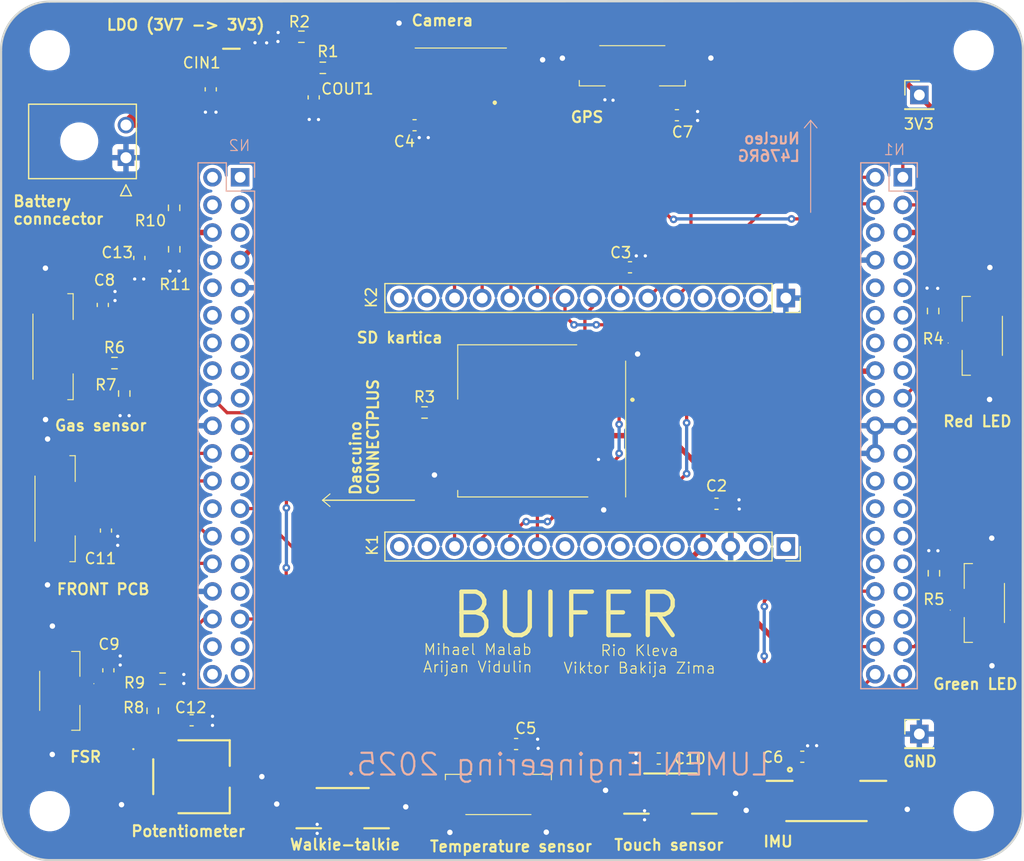
<source format=kicad_pcb>
(kicad_pcb (version 20241229) (generator "pcbnew") (generator_version "9.0")
  (layers (0 "F.Cu" signal) (2 "B.Cu" power) (13 "F.Paste" user) (15 "B.Paste" user) (5 "F.SilkS" user "F.Silkscreen") (7 "B.SilkS" user "B.Silkscreen") (1 "F.Mask" user) (3 "B.Mask" user) (25 "Edge.Cuts" user))
  (net 0 "")
  (net 1 "GND")
  (net 2 "+3V3")
  (net 3 "IO27")
  (net 4 "/FSR_ADC")
  (net 5 "VBAT")
  (net 6 "/BAT_FULL")
  (net 7 "/BAT_LOW")
  (net 10 "Net-(IC1-FB)")
  (net 12 "/WK_TX")
  (net 13 "/WK_RX")
  (net 14 "IO23")
  (net 15 "IO19")
  (net 16 "IO5")
  (net 17 "IO18")
  (net 18 "/TEMP_SDA")
  (net 19 "/TEMP_SCK")
  (net 20 "/IMU_SCK")
  (net 21 "/IMU_SDA")
  (net 22 "/GPS_TX")
  (net 23 "/GPS_RX")
  (net 24 "/GAS_ADC")
  (net 25 "+5V")
  (net 26 "/GAS_D")
  (net 27 "/PWM_LED")
  (net 28 "/BOOST_EN")
  (net 29 "/TOUCH_SIG")
  (net 30 "SPI_MISO_ESP")
  (net 31 "SPI_CS_ESP")
  (net 32 "SPI_SCK_ESP")
  (net 33 "SPI_MOSI_ESP")
  (net 34 "IO4")
  (net 35 "IO2")
  (net 36 "/RED_LED_K")
  (net 37 "/GREEN_LED_K")
  (net 38 "IO26")
  (net 39 "IO25")
  (net 40 "/IMU_INT")
  (net 41 "TXD0")
  (net 42 "VBAT_ESP")
  (net 43 "RXD0")
  (net 44 "IO34")
  (net 45 "RESET")
  (net 46 "IO35")
  (net 47 "SENSOR_VN")
  (net 48 "SENSOR_VP")
  (net 49 "IO32")
  (net 50 "SCL")
  (net 51 "IO0")
  (net 52 "SDA")
  (net 53 "IO33")
  (net 54 "Net-(VR1-CCW)")
  (net 55 "Net-(J7-Pad3)")
  (net 56 "/BAT_SENSE")
  (net 57 "VCC")
  (footprint "Capacitor_SMD:C_0603_1608Metric_Pad1.08x0.95mm_HandSolder" (layer "F.Cu") (at 86.28 72.33175 90)
    (property "Reference" "COUT1")
    (property "Value" "10u" (hide yes))
  )
  (footprint "Connector_PinHeader_2.54mm:PinHeader_1x01_P2.54mm_Vertical" (layer "F.Cu") (at 142 130.9)
    (property "Reference" "TP1")
    (property "Value" "TestPoint" (hide yes))
  )
  (footprint "Resistor_SMD:R_0603_1608Metric_Pad0.98x0.95mm_HandSolder" (layer "F.Cu") (at 73.44 82.49 -90)
    (property "Reference" "R10")
    (property "Value" "3.74k" (hide yes))
  )
  (footprint "4-pin Molex connector:533980471" (layer "F.Cu") (at 64.34 110.17 -90)
    (property "Reference" "J8" (hide yes))
    (property "Value" "53398-0471" (hide yes))
  )
  (footprint "Capacitor_SMD:C_0603_1608Metric_Pad1.08x0.95mm_HandSolder" (layer "F.Cu") (at 76.81 71.59 -90)
    (property "Reference" "CIN1")
    (property "Value" "10u" (hide yes))
  )
  (footprint "6-pin Molex Pin Connector:533980671" (layer "F.Cu") (at 99.815 69.715)
    (property "Reference" "J3" (hide yes))
    (property "Value" "53398-0671" (hide yes))
  )
  (footprint "Capacitor_SMD:C_0603_1608Metric_Pad1.08x0.95mm_HandSolder" (layer "F.Cu") (at 75.05 129.6375)
    (property "Reference" "C12")
    (property "Value" "10n" (hide yes))
  )
  (footprint "4-pin Molex connector:533980471" (layer "F.Cu") (at 103.271 134.61)
    (property "Reference" "J4" (hide yes))
    (property "Value" "53398-0471" (hide yes))
  )
  (footprint "Resistor_SMD:R_0603_1608Metric_Pad0.98x0.95mm_HandSolder" (layer "F.Cu") (at 67.9525 96.775)
    (property "Reference" "R6")
    (property "Value" "15.4k" (hide yes))
  )
  (footprint "Capacitor_SMD:C_0603_1608Metric_Pad1.08x0.95mm_HandSolder" (layer "F.Cu") (at 67.39 125.04 90)
    (property "Reference" "C9")
    (property "Value" "100n" (hide yes))
  )
  (footprint "Connector_PinSocket_2.54mm:PinSocket_1x15_P2.54mm_Vertical" (layer "F.Cu") (at 129.72 113.65 -90)
    (property "Reference" "K1")
    (property "Value" "HEADER_MALE_15X1" (hide yes))
  )
  (footprint "Capacitor_SMD:C_0603_1608Metric_Pad1.08x0.95mm_HandSolder" (layer "F.Cu") (at 115.38 87.96)
    (property "Reference" "C3")
    (property "Value" "100n" (hide yes))
  )
  (footprint "MountingHole:MountingHole_3.2mm_M3" (layer "F.Cu") (at 62 138)
    (property "Reference" "H2" (hide yes))
    (property "Value" "MountingHole" (hide yes))
  )
  (footprint "Resistor_SMD:R_0603_1608Metric_Pad0.98x0.95mm_HandSolder" (layer "F.Cu") (at 87.12 69.61 180)
    (property "Reference" "R1")
    (property "Value" "169k" (hide yes))
  )
  (footprint "Resistor_SMD:R_0603_1608Metric_Pad0.98x0.95mm_HandSolder" (layer "F.Cu") (at 143.27 91.9825 90)
    (property "Reference" "R4")
    (property "Value" "1k" (hide yes))
  )
  (footprint "3-pin Molex connector:53398-0371" (layer "F.Cu") (at 88.946 139.57 180)
    (property "Reference" "J2" (hide yes))
    (property "Value" "53398-0376" (hide yes))
  )
  (footprint "Connector_PinSocket_2.54mm:PinSocket_1x15_P2.54mm_Vertical" (layer "F.Cu") (at 129.72 90.79 -90)
    (property "Reference" "K2")
    (property "Value" "HEADER_MALE_15X1" (hide yes))
  )
  (footprint "Capacitor_SMD:C_0603_1608Metric_Pad1.08x0.95mm_HandSolder" (layer "F.Cu") (at 119.696 73.96775)
    (property "Reference" "C7")
    (property "Value" "100n" (hide yes))
  )
  (footprint "MicroSD card slot:MEM20610118800A" (layer "F.Cu") (at 110.48 107.85 90)
    (property "Reference" "J10" (hide yes))
    (property "Value" "MEM2061-01-188-00-A" (hide yes))
  )
  (footprint "Connector_PinHeader_2.54mm:PinHeader_1x01_P2.54mm_Vertical" (layer "F.Cu") (at 142 72.11)
    (property "Reference" "TP2" (hide yes))
    (property "Value" "TestPoint" (hide yes))
  )
  (footprint "Capacitor_SMD:C_0603_1608Metric_Pad1.08x0.95mm_HandSolder" (layer "F.Cu") (at 123.34 109.72)
    (property "Reference" "C2")
    (property "Value" "10u" (hide yes))
  )
  (footprint "2-pin Molex Pin Connector:533980276" (layer "F.Cu") (at 147.136 94.2675 90)
    (property "Reference" "J12" (hide yes))
    (property "Value" "53398-0276" (hide yes))
  )
  (footprint "MountingHole:MountingHole_3.2mm_M3" (layer "F.Cu") (at 147 68)
    (property "Reference" "H3" (hide yes))
    (property "Value" "MountingHole" (hide yes))
  )
  (footprint "Resistor_SMD:R_0603_1608Metric_Pad0.98x0.95mm_HandSolder" (layer "F.Cu") (at 73.45 86.305 90)
    (property "Reference" "R11" (hide yes))
    (property "Value" "30.1k" (hide yes))
  )
  (footprint "Capacitor_SMD:C_0603_1608Metric_Pad1.08x0.95mm_HandSolder" (layer "F.Cu") (at 70.24 87.1025 -90)
    (property "Reference" "C13")
    (property "Value" "100n" (hide yes))
  )
  (footprint "Resistor_SMD:R_0603_1608Metric_Pad0.98x0.95mm_HandSolder" (layer "F.Cu") (at 71.47 128.76 90)
    (property "Reference" "R8")
    (property "Value" "15.4k" (hide yes))
  )
  (footprint "Capacitor_SMD:C_0603_1608Metric_Pad1.08x0.95mm_HandSolder" (layer "F.Cu") (at 118.026 133.16 180)
    (property "Reference" "C10")
    (property "Value" "100n" (hide yes))
  )
  (footprint "Capacitor_SMD:C_0603_1608Metric_Pad1.08x0.95mm_HandSolder" (layer "F.Cu") (at 131.23 132.99)
    (property "Reference" "C6")
    (property "Value" "100n" (hide yes))
  )
  (footprint "4-pin Molex connector:533980471" (layer "F.Cu") (at 64.15 95.265 -90)
    (property "Reference" "J7" (hide yes))
    (property "Value" "53398-0471" (hide yes))
  )
  (footprint "Capacitor_SMD:C_0603_1608Metric_Pad1.08x0.95mm_HandSolder" (layer "F.Cu") (at 67.17 112.1825 -90)
    (property "Reference" "C11")
    (property "Value" "100n" (hide yes))
  )
  (footprint "Capacitor_SMD:C_0603_1608Metric_Pad1.08x0.95mm_HandSolder" (layer "F.Cu") (at 95.56 74.89)
    (property "Reference" "C4")
    (property "Value" "100n" (hide yes))
  )
  (footprint "Resistor_SMD:R_0603_1608Metric_Pad0.98x0.95mm_HandSolder" (layer "F.Cu") (at 96.48 101.32)
    (property "Reference" "R3")
    (property "Value" "10k" (hide yes))
  )
  (footprint "2-pin Molex Pin Connector:533980276" (layer "F.Cu") (at 63.574 126.93 -90)
    (property "Reference" "J11" (hide yes))
    (property "Value" "53398-0276" (hide yes))
  )
  (footprint "Resistor_SMD:R_0603_1608Metric_Pad0.98x0.95mm_HandSolder" (layer "F.Cu") (at 143.34 116.11 90)
    (property "Reference" "R5")
    (property "Value" "1k" (hide yes))
  )
  (footprint "Resistor_SMD:R_0603_1608Metric_Pad0.98x0.95mm_HandSolder" (layer "F.Cu") (at 85.15 66.75 180)
    (property "Reference" "R2")
    (property "Value" "30.1k" (hide yes))
  )
  (footprint "2-pin Molex Pin Connector:533980276" (layer "F.Cu") (at 147.326 118.845 90)
    (property "Reference" "J13" (hide yes))
    (property "Value" "53398-0276" (hide yes))
  )
  (footprint "MountingHole:MountingHole_3.2mm_M3" (layer "F.Cu") (at 147 138)
    (property "Reference" "H4" (hide yes))
    (property "Value" "MountingHole" (hide yes))
  )
  (footprint "Battery connector 215760-3002:215760-YY02" (layer "F.Cu") (at 69.01 77.88 -90)
    (property "Reference" "J1" (hide yes))
    (property "Value" "215760-3002" (hide yes))
  )
  (footprint "10k potentiometer:TS7Y103KR32" (layer "F.Cu") (at 75.03875 134.83125 -90)
    (property "Reference" "VR1" (hide yes))
    (property "Value" "TS7Y103KR32" (hide yes))
  )
  (footprint "4-pin Molex connector:533980471" (layer "F.Cu") (at 115.591 71.27175 180)
    (property "Reference" "J6" (hide yes))
    (property "Value" "53398-0471" (hide yes))
  )
  (footprint "Capacitor_SMD:C_0603_1608Metric_Pad1.08x0.95mm_HandSolder" (layer "F.Cu") (at 66.878 91.426 90)
    (property "Reference" "C8")
    (property "Value" "100n" (hide yes))
  )
  (footprint "Resistor_SMD:R_0603_1608Metric_Pad0.98x0.95mm_HandSolder" (layer "F.Cu") (at 72.38 125.81 180)
    (property "Reference" "R9")
    (property "Value" "30.1k" (hide yes))
  )
  (footprint "Capacitor_SMD:C_0603_1608Metric_Pad1.08x0.95mm_HandSolder" (layer "F.Cu") (at 104.901 131.82)
    (property "Reference" "C5")
    (property "Value" "100n" (hide yes))
  )
  (footprint "MountingHole:MountingHole_3.2mm_M3" (layer "F.Cu") (at 62 68)
    (property "Reference" "H1" (hide yes))
    (property "Value" "MountingHole" (hide yes))
  )
  (footprint "3V3 LDO - Texas Instruments:SOIC127P600X170-9N" (layer "F.Cu") (at 81.422 70.435)
    (property "Reference" "IC1" (hide yes))
    (property "Value" "TPS7A7001DDA" (hide yes))
  )
  (footprint "Resistor_SMD:R_0603_1608Metric_Pad0.98x0.95mm_HandSolder" (layer "F.Cu") (at 68.8525 99.575 90)
    (property "Reference" "R7")
    (property "Value" "30.1k" (hide yes))
  )
  (footprint "3-pin Molex connector:53398-0371" (layer "F.Cu") (at 119.096 138.23 180)
    (property "Reference" "J9" (hide yes))
    (property "Value" "53398-0376" (hide yes))
  )
  (footprint "5-pin Molex Pin Connector:53398-0571" (layer "F.Cu") (at 133.456 135.21)
    (property "Reference" "J5" (hide yes))
    (property "Value" "53398-0571" (hide yes))
  )
  (footprint "Connector_PinSocket_2.54mm:Connector_PinSocket_2.54mm_NUCLEO" (layer "B.Cu") (at 139.7 100 180)
    (property "Reference" "N1")
    (property "Value" "Conn_02x19_Odd_Even" (hide yes))
  )
  (footprint "Connector_PinSocket_2.54mm:Connector_PinSocket_2.54mm_NUCLEO" (layer "B.Cu") (at 78.73 100 180)
    (property "Reference" "N2")
    (property "Value" "Conn_02x19_Odd_Even" (hide yes))
  )
  (gr_line (start 87.09 109.39) (end 95.55 109.39) (stroke (width 0.1)) (layer "F.SilkS"))
  (gr_line (start 87.09 109.39) (end 87.78 109.97) (stroke (width 0.1)) (layer "F.SilkS"))
  (gr_line (start 95.55 109.39) (end 87.09 109.39) (stroke (width 0.1)) (layer "F.SilkS"))
  (gr_line (start 87.09 109.39) (end 87.78 108.81) (stroke (width 0.1)) (layer "F.SilkS"))
  (gr_line (start 132 74.445) (end 132.58 75.135) (stroke (width 0.1)) (layer "B.SilkS"))
  (gr_line (start 132 74.445) (end 132 82.905) (stroke (width 0.1)) (layer "B.SilkS"))
  (gr_line (start 132 74.445) (end 131.42 75.135) (stroke (width 0.1)) (layer "B.SilkS"))
  (gr_arc (start 57.52 68) (mid 58.818298 64.846086) (end 61.960703 63.520172) (stroke (width 0.2)) (layer "Edge.Cuts"))
  (gr_line (start 151.5 138) (end 151.531407 67.929719) (stroke (width 0.2)) (layer "Edge.Cuts"))
  (gr_arc (start 151.5 138) (mid 150.181981 141.181981) (end 147 142.5) (stroke (width 0.2)) (layer "Edge.Cuts"))
  (gr_arc (start 147.13 63.469912) (mid 150.225605 64.816595) (end 151.531407 67.929666) (stroke (width 0.2)) (layer "Edge.Cuts"))
  (gr_arc (start 62 142.5) (mid 58.843783 141.167933) (end 57.539822 138) (stroke (width 0.2)) (layer "Edge.Cuts"))
  (gr_line (start 57.539822 138) (end 57.52 68) (stroke (width 0.2)) (layer "Edge.Cuts"))
  (gr_line (start 147 142.5) (end 62 142.499999) (stroke (width 0.2)) (layer "Edge.Cuts"))
  (gr_line (start 61.960703 63.520172) (end 147.130483 63.469912) (stroke (width 0.2)) (layer "Edge.Cuts"))
  (gr_text "BUIFER" (at 98.66 122.31 0) (layer "F.SilkS") (effects (font (size 4 4) (thickness 0.4) (bold yes)) (justify left bottom)))
  (gr_text "GND" (at 140.41 134.01 0) (layer "F.SilkS") (effects (font (size 1 1) (thickness 0.2) (bold yes)) (justify left bottom)))
  (gr_text "FRONT PCB" (at 62.54 118.17 0) (layer "F.SilkS") (effects (font (size 1 1) (thickness 0.2) (bold yes)) (justify left bottom)))
  (gr_text "Dascuino\nCONNECTPLUS" (at 92.33 109.02 90) (layer "F.SilkS") (effects (font (size 1 1) (thickness 0.2) (bold yes)) (justify left bottom)))
  (gr_text "Camera" (at 95.18 65.84 0) (layer "F.SilkS") (effects (font (size 1 1) (thickness 0.2) (bold yes)) (justify left bottom)))
  (gr_text "R11" (at 73.53 89.54 0) (layer "F.SilkS") (effects (font (size 1 1))))
  (gr_text "Battery \nconncector" (at 58.53 84.09 0) (layer "F.SilkS") (effects (font (size 1 1) (thickness 0.2) (bold yes)) (justify left bottom)))
  (gr_text "LDO (3V7 -> 3V3)" (at 67.13 66.24 0) (layer "F.SilkS") (effects (font (size 1 1) (thickness 0.2) (bold yes)) (justify left bottom)))
  (gr_text "Potentiometer" (at 69.39 140.43 0) (layer "F.SilkS") (effects (font (size 1 1) (thickness 0.2) (bold yes)) (justify left bottom)))
  (gr_text "Temperature sensor" (at 96.87 141.83 0) (layer "F.SilkS") (effects (font (size 1 1) (thickness 0.2) (bold yes)) (justify left bottom)))
  (gr_text "GPS" (at 109.82 74.73 0) (layer "F.SilkS") (effects (font (size 1 1) (thickness 0.2) (bold yes)) (justify left bottom)))
  (gr_text "Gas sensor" (at 62.37 103.1 0) (layer "F.SilkS") (effects (font (size 1 1) (thickness 0.2) (bold yes)) (justify left bottom)))
  (gr_text "Rio Kleva\nViktor Bakija Zima" (at 116.26 125.42 0) (layer "F.SilkS") (effects (font (size 1 1) (thickness 0.1)) (justify bottom)))
  (gr_text "IMU" (at 127.54 141.38 0) (layer "F.SilkS") (effects (font (size 1 1) (thickness 0.2) (bold yes)) (justify left bottom)))
  (gr_text "FSR" (at 63.76 133.59 0) (layer "F.SilkS") (effects (font (size 1 1) (thickness 0.2) (bold yes)) (justify left bottom)))
  (gr_text "SD kartica" (at 90.13 95.02 0) (layer "F.SilkS") (effects (font (size 1 1) (thickness 0.2) (bold yes)) (justify left bottom)))
  (gr_text "Walkie-talkie" (at 83.99 141.66 0) (layer "F.SilkS") (effects (font (size 1 1) (thickness 0.2) (bold yes)) (justify left bottom)))
  (gr_text "Mihael Malab\nArijan Vidulin" (at 101.37 125.32 0) (layer "F.SilkS") (effects (font (size 1 1) (thickness 0.1)) (justify bottom)))
  (gr_text "Touch sensor" (at 113.83 141.69 0) (layer "F.SilkS") (effects (font (size 1 1) (thickness 0.2) (bold yes)) (justify left bottom)))
  (gr_text "Red LED" (at 144.09 102.72 0) (layer "F.SilkS") (effects (font (size 1 1) (thickness 0.2) (bold yes)) (justify left bottom)))
  (gr_text "Green LED" (at 143.16 126.89 0) (layer "F.SilkS") (effects (font (size 1 1) (thickness 0.2) (bold yes)) (justify left bottom)))
  (gr_text "Nucleo\nL476RG" (at 131.12 78.31 0) (layer "B.SilkS") (effects (font (size 1 1) (thickness 0.2) (bold yes)) (justify left bottom mirror)))
  (gr_text "LUMEN Engineering 2025." (at 128.33 134.88 0) (layer "B.SilkS") (effects (font (size 2 2) (thickness 0.2) (bold yes)) (justify left bottom mirror)))
  (segment (start 112.47 105.65) (end 112.48 105.64) (width 0.5) (layer "F.Cu") (net 1))
  (segment (start 124.67 110.34) (end 124.67 113.62) (width 0.5) (layer "F.Cu") (net 1))
  (segment (start 61.61 99.7) (end 61.6 99.69) (width 0.5) (layer "F.Cu") (net 1))
  (segment (start 62.23 132.78) (end 62.23 130.115) (width 0.7) (layer "F.Cu") (net 1))
  (segment (start 61.6 102) (end 61.61 101.99) (width 0.5) (layer "F.Cu") (net 1))
  (segment (start 128.243138 137.922862) (end 128.406 137.76) (width 0.7) (layer "F.Cu") (net 1))
  (segment (start 61.6 90.84) (end 61.6 88.07) (width 0.5) (layer "F.Cu") (net 1))
  (segment (start 84.776 137.34) (end 85.146 136.97) (width 0.7) (layer "F.Cu") (net 1))
  (segment (start 107.37 68.88) (end 107.36 68.89) (width 0.5) (layer "F.Cu") (net 1))
  (segment (start 122.86825 68.72175) (end 122.88 68.71) (width 0.5) (layer "F.Cu") (net 1))
  (segment (start 97.94 73.3725) (end 96.4225 74.89) (width 0.5) (layer "F.Cu") (net 1))
  (segment (start 107.68 139.93) (end 107.68 137.176) (width 0.7) (layer "F.Cu") (net 1))
  (segment (start 132.206 135.01) (end 132.206 133.4035) (width 0.5) (layer "F.Cu") (net 1))
  (segment (start 68.8525 100.4875) (end 68.71 100.63) (width 0.5) (layer "F.Cu") (net 1))
  (segment (start 61.6 88.07) (end 61.59 88.06) (width 0.5) (layer "F.Cu") (net 1))
  (segment (start 64.35 97.26) (end 64.35 97.14) (width 0.5) (layer "F.Cu") (net 1))
  (segment (start 62.24 120.97) (end 62.24 123.735) (width 0.7) (layer "F.Cu") (net 1))
  (segment (start 123.626 136.36) (end 122.896 135.63) (width 0.7) (layer "F.Cu") (net 1))
  (segment (start 111.166 68.72175) (end 111.166 69.856) (width 0.5) (layer "F.Cu") (net 1))
  (segment (start 72.75 137.14) (end 72.755 137.145) (width 0.3) (layer "F.Cu") (net 1))
  (segment (start 148.2075 115.1975) (end 148.68 115.67) (width 0.5) (layer "F.Cu") (net 1))
  (segment (start 113.69775 71.49) (end 113.716 71.47175) (width 0.5) (layer "F.Cu") (net 1))
  (segment (start 116.08 95.94) (end 114.43 95.94) (width 0.5) (layer "F.Cu") (net 1))
  (segment (start 140.89 137.83) (end 138.576 137.83) (width 0.7) (layer "F.Cu") (net 1))
  (segment (start 105.146 134.41) (end 105.146 134.61) (width 0.5) (layer "F.Cu") (net 1))
  (segment (start 148.46 100.1225) (end 148.46 97.4725) (width 0.7) (layer "F.Cu") (net 1))
  (segment (start 107.68 137.176) (end 107.696 137.16) (width 0.7) (layer "F.Cu") (net 1))
  (segment (start 106.05 132.1065) (end 105.7635 131.82) (width 0.5) (layer "F.Cu") (net 1))
  (segment (start 67.72 100.63) (end 64.35 97.26) (width 0.5) (layer "F.Cu") (net 1))
  (segment (start 138.576 137.83) (end 138.506 137.76) (width 0.7) (layer "F.Cu") (net 1))
  (segment (start 97.47 107.04) (end 99.93 107.04) (width 0.5) (layer "F.Cu") (net 1))
  (segment (start 98.81 139.95) (end 98.81 137.196) (width 0.7) (layer "F.Cu") (net 1))
  (segment (start 124.67 113.62) (end 124.64 113.65) (width 0.5) (layer "F.Cu") (net 1))
  (segment (start 98.81 137.196) (end 98.846 137.16) (width 0.7) (layer "F.Cu") (net 1))
  (segment (start 97.94 71.64) (end 97.94 73.3725) (width 0.5) (layer "F.Cu") (net 1))
  (segment (start 148.4675 91.07) (end 148.49 91.0925) (width 0.5) (layer "F.Cu") (net 1))
  (segment (start 61.8 105.735) (end 61.79 105.745) (width 0.7) (layer "F.Cu") (net 1))
  (segment (start 124.2025 109.72) (end 124.2025 109.8725) (width 0.5) (layer "F.Cu") (net 1))
  (segment (start 68.71 100.63) (end 67.72 100.63) (width 0.5) (layer "F.Cu") (net 1))
  (segment (start 132.206 133.4035) (end 131.9125 133.11) (width 0.5) (layer "F.Cu") (net 1))
  (segment (start 105.146 134.224) (end 106.05 133.32) (width 0.5) (layer "F.Cu") (net 1))
  (segment (start 64.54 112.045) (end 64.34 112.045) (width 0.5) (layer "F.Cu") (net 1))
  (segment (start 78.23875 134.83125) (end 81.49875 134.83125) (width 0.5) (layer "F.Cu") (net 1))
  (segment (start 114.43 95.94) (end 113.98 95.49) (width 0.5) (layer "F.Cu") (net 1))
  (segment (start 94.14 68.89) (end 94.14 65.54) (width 0.5) (layer "F.Cu") (net 1))
  (segment (start 105.146 134.41) (end 105.146 134.224) (width 0.5) (layer "F.Cu") (net 1))
  (segment (start 76.81 72.5025) (end 76.73 72.5825) (width 0.5) (layer "F.Cu") (net 1))
  (segment (start 148.66 112.88) (end 148.66 115.65) (width 0.7) (layer "F.Cu") (net 1))
  (segment (start 114.846 136.08) (end 115.296 135.63) (width 0.7) (layer "F.Cu") (net 1))
  (segment (start 120.016 68.72175) (end 122.86825 68.72175) (width 0.5) (layer "F.Cu") (net 1))
  (segment (start 110.98775 68.9) (end 111.166 68.72175) (width 0.5) (layer "F.Cu") (net 1))
  (segment (start 106.05 133.32) (end 106.05 132.1065) (width 0.5) (layer "F.Cu") (net 1))
  (segment (start 61.97 100.06) (end 61.6 99.69) (width 0.5) (layer "F.Cu") (net 1))
  (segment (start 62.24 123.735) (end 62.22 123.755) (width 0.7) (layer "F.Cu") (net 1))
  (segment (start 62.22 132.84) (end 62.24 132.86) (width 0.5) (layer "F.Cu") (net 1))
  (segment (start 98.846 139.974) (end 98.84 139.98) (width 0.5) (layer "F.Cu") (net 1))
  (segment (start 64.54 112.045) (end 64.955 112.045) (width 0.5) (layer "F.Cu") (net 1))
  (segment (start 81.49875 134.83125) (end 81.51 134.82) (width 0.5) (layer "F.Cu") (net 1))
  (segment (start 111.166 68.72175) (end 109.36175 68.72175) (width 0.5) (layer "F.Cu") (net 1))
  (segment (start 148.66 115.65) (end 148.68 115.67) (width 0.7) (layer "F.Cu") (net 1))
  (segment (start 93.376 137.6) (end 92.746 136.97) (width 0.7) (layer "F.Cu") (net 1))
  (segment (start 65.955 113.045) (end 67.17 113.045) (width 0.5) (layer "F.Cu") (net 1))
  (segment (start 61.6 101.96) (end 61.61 101.97) (width 0.5) (layer "F.Cu") (net 1))
  (segment (start 62.23 130.115) (end 62.22 130.105) (width 0.7) (layer "F.Cu") (net 1))
  (segment (start 105.49 68.89) (end 107.36 68.89) (width 0.5) (layer "F.Cu") (net 1))
  (segment (start 126.072046 137.922862) (end 128.243138 137.922862) (width 0.7) (layer "F.Cu") (net 1))
  (segment (start 61.61 101.99) (end 61.61 101.97) (width 0.5) (layer "F.Cu") (net 1))
  (segment (start 148.68 124.62) (end 148.68 122.02) (width 0.5) (layer "F.Cu") (net 1))
  (segment (start 148.46 97.4725) (end 148.49 97.4425) (width 0.7) (layer "F.Cu") (net 1))
  (segment (start 68.53 137.37125) (end 71.83875 137.37125) (width 0.5) (layer "F.Cu") (net 1))
  (segment (start 109.36175 68.72175) (end 109.34 68.7) (width 0.5) (layer "F.Cu") (net 1))
  (segment (start 148.46 87.97) (end 148.49 88) (width 0.5) (layer "F.Cu") (net 1))
  (segment (start 61.8 103.76) (end 61.8 105.735) (width 0.7) (layer "F.Cu") (net 1))
  (segment (start 113.13 136.08) (end 114.846 136.08) (width 0.7) (layer "F.Cu") (net 1))
  (segment (start 82.88 137.34) (end 84.776 137.34) (width 0.7) (layer "F.Cu") (net 1))
  (segment (start 124.2025 109.8725) (end 124.67 110.34) (width 0.5) (layer "F.Cu") (net 1))
  (segment (start 148.49 87.98) (end 148.49 91.0925) (width 0.7) (layer "F.Cu") (net 1))
  (segment (start 112.98 108.64) (end 112.98 110.32) (width 0.5) (layer "F.Cu") (net 1))
  (segment (start 94.75 137.6) (end 93.376 137.6) (width 0.7) (layer "F.Cu") (net 1))
  (segment (start 125.09 136.36) (end 123.626 136.36) (width 0.7) (layer "F.Cu") (net 1))
  (segment (start 110.68 105.65) (end 112.47 105.65) (width 0.5) (layer "F.Cu") (net 1))
  (segment (start 61.61 101.97) (end 61.61 99.7) (width 0.5) (layer "F.Cu") (net 1))
  (segment (start 64.955 112.045) (end 65.955 113.045) (width 0.5) (layer "F.Cu") (net 1))
  (segment (start 148.68 124.62) (end 148.69 124.63) (width 0.5) (layer "F.Cu") (net 1))
  (segment (start 107.696 140.014) (end 107.69 140.02) (width 0.5) (layer "F.Cu") (net 1))
  (segment (start 61.79 117.18) (end 61.79 114.595) (width 0.7) (layer "F.Cu") (net 1))
  (via (at 77.29 73.69) (size 0.7) (drill 0.3) (layers "F.Cu" "B.Cu") (net 1))
  (via (at 61.61 101.97) (size 1) (drill 0.5) (layers "F.Cu" "B.Cu") (net 1))
  (via (at 61.8 103.76) (size 1) (drill 0.5) (layers "F.Cu" "B.Cu") (net 1))
  (via (at 61.79 117.18) (size 1) (drill 0.5) (layers "F.Cu" "B.Cu") (net 1))
  (via (at 74.33 125.42) (size 0.7) (drill 0.3) (layers "F.Cu" "B.Cu") (net 1))
  (via (at 113.82 72.59) (size 0.7) (drill 0.3) (layers "F.Cu" "B.Cu") (net 1))
  (via (at 125.41 109.35) (size 0.7) (drill 0.3) (layers "F.Cu" "B.Cu") (net 1))
  (via (at 68.48 124.55) (size 0.7) (drill 0.3) (layers "F.Cu" "B.Cu") (net 1))
  (via (at 121.6 74.46) (size 0.7) (drill 0.3) (layers "F.Cu" "B.Cu") (net 1))
  (via (at 73.89 88.31) (size 0.7) (drill 0.3) (layers "F.Cu" "B.Cu") (net 1))
  (via (at 143.71 114.04) (size 0.7) (drill 0.3) (layers "F.Cu" "B.Cu") (net 1))
  (via (at 97.39 107.07) (size 1) (drill 0.5) (layers "F.Cu" "B.Cu") (net 1))
  (via (at 86.72 74.37) (size 0.7) (drill 0.3) (layers "F.Cu" "B.Cu") (net 1))
  (via (at 107.68 139.93) (size 1) (drill 0.5) (layers "F.Cu" "B.Cu") (net 1))
  (via (at 61.6 88.04) (size 1) (drill 0.5) (layers "F.Cu" "B.Cu") (net 1))
  (via (at 82.99 67.19) (size 0.7) (drill 0.3) (layers "F.Cu" "B.Cu") (net 1))
  (via (at 98.81 139.95) (size 1) (drill 0.5) (layers "F.Cu" "B.Cu") (net 1))
  (via (at 68.47 101.61) (size 0.7) (drill 0.3) (layers "F.Cu" "B.Cu") (net 1))
  (via (at 68 91.02) (size 0.7) (drill 0.3) (layers "F.Cu" "B.Cu") (net 1))
  (via (at 140.89 137.83) (size 1) (drill 0.5) (layers "F.Cu" "B.Cu") (net 1))
  (via (at 106.93 132.22) (size 0.7) (drill 0.3) (layers "F.Cu" "B.Cu") (net 1))
  (via (at 107.34 68.87) (size 1) (drill 0.5) (layers "F.Cu" "B.Cu") (net 1))
  (via (at 68.6 137.4) (size 1) (drill 0.5) (layers "F.Cu" "B.Cu") (net 1))
  (via (at 121.6 73.63) (size 0.7) (drill 0.3) (layers "F.Cu" "B.Cu") (net 1))
  (via (at 115.96 86.91) (size 0.7) (drill 0.3) (layers "F.Cu" "B.Cu") (net 1))
  (via (at 76.97 129.27) (size 0.7) (drill 0.3) (layers "F.Cu" "B.Cu") (net 1))
  (via (at 76.32 73.69) (size 0.7) (drill 0.3) (layers "F.Cu" "B.Cu") (net 1))
  (via (at 112.96 110.28) (size 1) (drill 0.5) (layers "F.Cu" "B.Cu") (net 1))
  (via (at 148.68 124.62) (size 1) (drill 0.5) (layers "F.Cu" "B.Cu") (net 1))
  (via (at 86.6 140.04) (size 0.7) (drill 0.3) (layers "F.Cu" "B.Cu") (net 1))
  (via (at 85.87 74.36) (size 0.7) (drill 0.3) (layers "F.Cu" "B.Cu") (net 1))
  (via (at 122.82 68.71) (size 1) (drill 0.5) (layers "F.Cu" "B.Cu") (net 1))
  (via (at 148.49 87.98) (size 1) (drill 0.5) (layers "F.Cu" "B.Cu") (net 1))
  (via (at 106.88 131.38) (size 0.7) (drill 0.3) (layers "F.Cu" "B.Cu") (net 1))
  (via (at 80.88 67.3) (size 0.7) (drill 0.3) (layers "F.Cu" "B.Cu") (net 1))
  (via (at 113.07 72.55) (size 0.7) (drill 0.3) (layers "F.Cu" "B.Cu") (net 1))
  (via (at 83.01 66.36) (size 0.7) (drill 0.3) (layers "F.Cu" "B.Cu") (net 1))
  (via (at 62.23 132.78) (size 1) (drill 0.5) (layers "F.Cu" "B.Cu") (net 1))
  (via (at 68.25 112.71) (size 0.7) (drill 0.3) (layers "F.Cu" "B.Cu") (net 1))
  (via (at 148.66 112.88) (size 1) (drill 0.5) (layers "F.Cu" "B.Cu") (net 1))
  (via (at 132.55 131.97) (size 0.7) (drill 0.3) (layers "F.Cu" "B.Cu") (net 1))
  (via (at 112.48 105.64) (size 0.7) (drill 0.3) (layers "F.Cu" "B.Cu") (net 1))
  (via (at 74.33 126.25) (size 0.7) (drill 0.3) (layers "F.Cu" "B.Cu") (net 1))
  (via (at 94.13 65.5) (size 1) (drill 0.5) (layers "F.Cu" "B.Cu") (net 1))
  (via (at 68.25 113.54) (size 0.7) (drill 0.3) (layers "F.Cu" "B.Cu") (net 1))
  (via (at 115.91 133.52) (size 0.7) (drill 0.3) (layers "F.Cu" "B.Cu") (net 1))
  (via (at 115.94 132.74) (size 0.7) (drill 0.3) (layers "F.Cu" "B.Cu") (net 1))
  (via (at 125.43 110.2) (size 0.7) (drill 0.3) (layers "F.Cu" "B.Cu") (net 1))
  (via (at 125.09 136.36) (size 1) (drill 0.5) (layers "F.Cu" "B.Cu") (net 1))
  (via (at 68 90.19) (size 0.7) (drill 0.3) (layers "F.Cu" "B.Cu") (net 1))
  (via (at 126.072046 137.922862) (size 1) (drill 0.5) (layers "F.Cu" "B.Cu") (net 1))
  (via (at 148.46 100.1225) (size 1) (drill 0.5) (layers "F.Cu" "B.Cu") (net 1))
  (via (at 73.06 88.31) (size 0.7) (drill 0.3) (layers "F.Cu" "B.Cu") (net 1))
  (via (at 96.82 76.03) (size 0.7) (drill 0.3) (layers "F.Cu" "B.Cu") (net 1))
  (via (at 142.71 89.88) (size 0.7) (drill 0.3) (layers "F.Cu" "B.Cu") (net 1))
  (via (at 94.75 137.6) (size 1) (drill 0.5) (layers "F.Cu" "B.Cu") (net 1))
  (via (at 81.95 67.31) (size 0.7) (drill 0.3) (layers "F.Cu" "B.Cu") (net 1))
  (via (at 86.6 139.21) (size 0.7) (drill 0.3) (layers "F.Cu" "B.Cu") (net 1))
  (via (at 109.16 68.72) (size 1) (drill 0.5) (layers "F.Cu" "B.Cu") (net 1))
  (via (at 143.69 89.9) (size 0.7) (drill 0.3) (layers "F.Cu" "B.Cu") (net 1))
  (via (at 70.64 89.04) (size 0.7) (drill 0.3) (layers "F.Cu" "B.Cu") (net 1))
  (via (at 142.87 114.03) (size 0.7) (drill 0.3) (layers "F.Cu" "B.Cu") (net 1))
  (via (at 113.13 136.08) (size 1) (drill 0.5) (layers "F.Cu" "B.Cu") (net 1))
  (via (at 69.3 101.61) (size 0.7) (drill 0.3) (layers "F.Cu" "B.Cu") (net 1))
  (via (at 116.08 95.94) (size 1) (drill 0.5) (layers "F.Cu" "B.Cu") (net 1))
  (via (at 82.88 137.34) (size 1) (drill 0.5) (layers "F.Cu" "B.Cu") (net 1))
  (via (at 76.97 130.1) (size 0.7) (drill 0.3) (layers "F.Cu" "B.Cu") (net 1))
  (via (at 116.79 86.91) (size 0.7) (drill 0.3) (layers "F.Cu" "B.Cu") (net 1))
  (via (at 62.24 120.97) (size 1) (drill 0.5) (layers "F.Cu" "B.Cu") (net 1))
  (via (at 81.51 134.82) (size 1) (drill 0.5) (layers "F.Cu" "B.Cu") (net 1))
  (via (at 95.99 76.03) (size 0.7) (drill 0.3) (layers "F.Cu" "B.Cu") (net 1))
  (via (at 116.72 137.96) (size 0.7) (drill 0.3) (layers "F.Cu" "B.Cu") (net 1))
  (via (at 69.81 89.04) (size 0.7) (drill 0.3) (layers "F.Cu" "B.Cu") (net 1))
  (via (at 116.72 138.79) (size 0.7) (drill 0.3) (layers "F.Cu" "B.Cu") (net 1))
  (via (at 68.48 123.72) (size 0.7) (drill 0.3) (layers "F.Cu" "B.Cu") (net 1))
  (via (at 131.72 131.98) (size 0.7) (drill 0.3) (layers "F.Cu" "B.Cu") (net 1))
  (segment (start 87.19925 71.46925) (end 86.28 71.46925) (width 0.5) (layer "F.Cu") (net 2))
  (segment (start 88.3315 112.6515) (end 92.26 116.58) (width 0.5) (layer "F.Cu") (net 2))
  (segment (start 117.466 69.556) (end 117.466 71.47175) (width 0.5) (layer "F.Cu") (net 2))
  (segment (start 115.32 116.58) (end 118.8885 120.1485) (width 0.5) (layer "F.Cu") (net 2))
  (segment (start 119.21 116.54) (end 122.1 113.65) (width 0.5) (layer "F.Cu") (net 2))
  (segment (start 96.69 71.64) (end 96.69 70.49) (width 0.5) (layer "F.Cu") (net 2))
  (segment (start 96.69 70.49) (end 101.64 65.54) (width 0.5) (layer "F.Cu") (net 2))
  (segment (start 122.1 113.65) (end 122.1 106.65) (width 0.5) (layer "F.Cu") (net 2))
  (segment (start 121.185 105.735) (end 118.9025 103.4525) (width 0.5) (layer "F.Cu") (net 2))
  (segment (start 117.5575 103.45) (end 110.68 103.45) (width 0.5) (layer "F.Cu") (net 2))
  (segment (start 104.0385 120.1085) (end 104.0385 131.82) (width 0.5) (layer "F.Cu") (net 2))
  (segment (start 90.6315 74.9085) (end 88.3315 77.2085) (width 0.5) (layer "F.Cu") (net 2))
  (segment (start 113.45 65.54) (end 135.36 65.54) (width 0.5) (layer "F.Cu") (net 2))
  (segment (start 130.2935 123.8435) (end 130.2935 132.85) (width 0.5) (layer "F.Cu") (net 2))
  (segment (start 117.416 71.19775) (end 117.466 71.14775) (width 0.5) (layer "F.Cu") (net 2))
  (segment (start 88.06425 72.33425) (end 87.19925 71.46925) (width 0.5) (layer "F.Cu") (net 2))
  (segment (start 88.3315 78.4785) (end 88.3315 78.28) (width 0.5) (layer "F.Cu") (net 2))
  (segment (start 100.51 116.58) (end 104.0385 120.1085) (width 0.5) (layer "F.Cu") (net 2))
  (segment (start 101.64 65.54) (end 113.45 65.54) (width 0.5) (layer "F.Cu") (net 2))
  (segment (start 115.32 116.58) (end 122.63 116.58) (width 0.5) (layer "F.Cu") (net 2))
  (segment (start 118.8335 72.51525) (end 118.8335 73.96775) (width 0.5) (layer "F.Cu") (net 2))
  (segment (start 121.185 105.735) (end 121.195 105.735) (width 0.5) (layer "F.Cu") (net 2))
  (segment (start 144.72 84.76) (end 140.48 84.76) (width 0.5) (layer "F.Cu") (net 2))
  (segment (start 113.45 65.54) (end 117.466 69.556) (width 0.5) (layer "F.Cu") (net 2))
  (segment (start 137.88 97.52) (end 137.94 97.46) (width 0.5) (layer "F.Cu") (net 2))
  (segment (start 118.8885 136.6625) (end 118.8885 133.16) (width 0.5) (layer "F.Cu") (net 2))
  (segment (start 88.07575 72.33425) (end 90.6315 74.89) (width 0.5) (layer "F.Cu") (net 2))
  (segment (start 130.956 135.01) (end 130.2935 134.3475) (width 0.5) (layer "F.Cu") (net 2))
  (segment (start 100.51 116.58) (end 115.32 116.58) (width 0.5) (layer "F.Cu") (net 2))
  (segment (start 119.096 138.38) (end 119.096 136.87) (width 0.5) (layer "F.Cu") (net 2))
  (segment (start 130.2935 134.3475) (end 130.2935 132.85) (width 0.5) (layer "F.Cu") (net 2))
  (segment (start 88.4375 94.19) (end 95.5675 101.32) (width 0.5) (layer "F.Cu") (net 2))
  (segment (start 88.3315 94.19) (end 88.3315 112.6515) (width 0.5) (layer "F.Cu") (net 2))
  (segment (start 95.87 71.64) (end 94.69 72.82) (width 0.5) (layer "F.Cu") (net 2))
  (segment (start 146.59 82.87) (end 146.6 82.88) (width 0.5) (layer "F.Cu") (net 2))
  (segment (start 94.69 72.82) (end 94.6975 72.8275) (width 0.5) (layer "F.Cu") (net 2))
  (segment (start 96.69 71.64) (end 95.87 71.64) (width 0.5) (layer "F.Cu") (net 2))
  (segment (start 119.096 136.87) (end 118.8885 136.6625) (width 0.5) (layer "F.Cu") (net 2))
  (segment (start 88.3315 79.7485) (end 88.3315 94.19) (width 0.5) (layer "F.Cu") (net 2))
  (segment (start 117.56 103.4525) (end 117.5575 103.45) (width 0.5) (layer "F.Cu") (net 2))
  (segment (start 130.26 123.81) (end 123.03 116.58) (width 0.5) (layer "F.Cu") (net 2))
  (segment (start 118.8885 120.1485) (end 118.8885 133.16) (width 0.5) (layer "F.Cu") (net 2))
  (segment (start 88.3315 77.2085) (end 88.3315 78.28) (width 0.5) (layer "F.Cu") (net 2))
  (segment (start 117.466 71.14775) (end 118.8335 72.51525) (width 0.5) (layer "F.Cu") (net 2))
  (segment (start 146.59 76.77) (end 146.59 82.87) (width 0.5) (layer "F.Cu") (net 2))
  (segment (start 129.41 97.52) (end 137.88 97.52) (width 0.5) (layer "F.Cu") (net 2))
  (segment (start 122.1 106.65) (end 121.185 105.735) (width 0.5) (layer "F.Cu") (net 2))
  (segment (start 123.03 116.58) (end 122.63 116.58) (width 0.5) (layer "F.Cu") (net 2))
  (segment (start 135.36 65.54) (end 146.59 76.77) (width 0.5) (layer "F.Cu") (net 2))
  (segment (start 88.3315 78.28) (end 88.3315 79.7485) (width 0.5) (layer "F.Cu") (net 2))
  (segment (start 146.6 82.88) (end 144.72 84.76) (width 0.5) (layer "F.Cu") (net 2))
  (segment (start 79.51 87.3) (end 88.3315 78.4785) (width 0.5) (layer "F.Cu") (net 2))
  (segment (start 90.6315 74.89) (end 94.6975 74.89) (width 0.5) (layer "F.Cu") (net 2))
  (segment (start 94.6975 72.8275) (end 94.6975 74.89) (width 0.5) (layer "F.Cu") (net 2))
  (segment (start 88.3315 94.19) (end 88.4375 94.19) (width 0.5) (layer "F.Cu") (net 2))
  (segment (start 103.896 134.41) (end 103.896 131.9625) (width 0.5) (layer "F.Cu") (net 2))
  (segment (start 118.9025 103.4525) (end 117.56 103.4525) (width 0.5) (layer "F.Cu") (net 2))
  (segment (start 92.26 116.58) (end 100.51 116.58) (width 0.5) (layer "F.Cu") (net 2))
  (segment (start 90.6315 74.89) (end 90.6315 74.9085) (width 0.5) (layer "F.Cu") (net 2))
  (segment (start 121.195 105.735) (end 129.41 97.52) (width 0.5) (layer "F.Cu") (net 2))
  (segment (start 108.1 90.391529) (end 110.531529 87.96) (width 0.3) (layer "F.Cu") (net 3))
  (segment (start 114.47 90.78) (end 114.48 90.79) (width 0.3) (layer "F.Cu") (net 3))
  (segment (start 108.1 93.17) (end 108.1 90.391529) (width 0.3) (layer "F.Cu") (net 3))
  (segment (start 97.3925 101.32) (end 99.91 101.32) (width 0.3) (layer "F.Cu") (net 3))
  (segment (start 110.531529 87.96) (end 114.5175 87.96) (width 0.3) (layer "F.Cu") (net 3))
  (segment (start 99.91 101.32) (end 99.93 101.34) (width 0.3) (layer "F.Cu") (net 3))
  (segment (start 99.93 101.34) (end 108.1 93.17) (width 0.3) (layer "F.Cu") (net 3))
  (segment (start 114.4575 90.7675) (end 114.48 90.79) (width 0.3) (layer "F.Cu") (net 3))
  (segment (start 114.5175 90.7525) (end 114.48 90.79) (width 0.3) (layer "F.Cu") (net 3))
  (segment (start 114.5175 87.96) (end 114.5175 90.7525) (width 0.3) (layer "F.Cu") (net 3))
  (segment (start 71.4675 125.0425) (end 71.4675 125.81) (width 0.3) (layer "F.Cu") (net 4))
  (segment (start 71.47 127.8475) (end 71.47 125.8125) (width 0.3) (layer "F.Cu") (net 4))
  (segment (start 71.47 125.8125) (end 71.4675 125.81) (width 0.3) (layer "F.Cu") (net 4))
  (segment (start 76.2 120.31) (end 71.4675 125.0425) (width 0.3) (layer "F.Cu") (net 4))
  (segment (start 76.73 70.6475) (end 73.2425 70.6475) (width 1) (layer "F.Cu") (net 5))
  (segment (start 71.73 74.88) (end 73.44 76.59) (width 0.5) (layer "F.Cu") (net 5))
  (segment (start 73.44 76.59) (end 73.44 81.5775) (width 0.5) (layer "F.Cu") (net 5))
  (segment (start 69.01 74.88) (end 71.73 74.88) (width 0.5) (layer "F.Cu") (net 5))
  (segment (start 73.2425 70.6475) (end 69.01 74.88) (width 1) (layer "F.Cu") (net 5))
  (segment (start 141.53 122.86) (end 140.48 122.86) (width 0.3) (layer "F.Cu") (net 6))
  (segment (start 145.93 119.47) (end 144.92 119.47) (width 0.3) (layer "F.Cu") (net 6))
  (segment (start 144.92 119.47) (end 141.53 122.86) (width 0.3) (layer "F.Cu") (net 6))
  (segment (start 145.5875 94.8925) (end 140.48 100) (width 0.3) (layer "F.Cu") (net 7))
  (segment (start 145.74 94.8925) (end 145.43 94.8925) (width 0.3) (layer "F.Cu") (net 7))
  (segment (start 145.67 94.8225) (end 145.74 94.8925) (width 0.3) (layer "F.Cu") (net 7))
  (segment (start 145.74 94.8925) (end 145.5875 94.8925) (width 0.3) (layer "F.Cu") (net 7))
  (segment (start 86.275 67.09075) (end 85.9325 66.74825) (width 0.5) (layer "F.Cu") (net 10))
  (segment (start 84.134 69.8) (end 86.25675 69.8) (width 0.5) (layer "F.Cu") (net 10))
  (segment (start 86.275 69.78175) (end 86.275 67.09075) (width 0.5) (layer "F.Cu") (net 10))
  (segment (start 86.25675 69.8) (end 86.275 69.78175) (width 0.5) (layer "F.Cu") (net 10))
  (segment (start 87.481 137.055) (end 87.481 133.709) (width 0.3) (layer "F.Cu") (net 12))
  (segment (start 87.481 133.709) (end 83.312 129.54) (width 0.3) (layer "F.Cu") (net 12))
  (segment (start 81.204 120.32) (end 79.51 120.32) (width 0.3) (layer "F.Cu") (net 12))
  (segment (start 83.312 129.54) (end 83.312 122.428) (width 0.3) (layer "F.Cu") (net 12))
  (segment (start 87.481 137.055) (end 88.946 138.52) (width 0.3) (layer "F.Cu") (net 12))
  (segment (start 88.946 139.72) (end 88.946 138.52) (width 0.3) (layer "F.Cu") (net 12))
  (segment (start 83.312 122.428) (end 81.204 120.32) (width 0.3) (layer "F.Cu") (net 12))
  (segment (start 83.77 106.53) (end 82.32 105.08) (width 0.3) (layer "F.Cu") (net 13))
  (segment (start 83.77 110.1) (end 83.77 106.53) (width 0.3) (layer "F.Cu") (net 13))
  (segment (start 90.196 139.72) (end 90.196 138.63) (width 0.3) (layer "F.Cu") (net 13))
  (segment (start 90.756 138.07) (end 90.756 125.366) (width 0.3) (layer "F.Cu") (net 13))
  (segment (start 83.77 115.55) (end 83.75 115.57) (width 0.3) (layer "F.Cu") (net 13))
  (segment (start 83.75 115.57) (end 83.75 118.36) (width 0.3) (layer "F.Cu") (net 13))
  (segment (start 83.75 118.36) (end 85.59 120.2) (width 0.3) (layer "F.Cu") (net 13))
  (segment (start 82.32 105.08) (end 79.51 105.08) (width 0.3) (layer "F.Cu") (net 13))
  (segment (start 90.196 138.63) (end 90.756 138.07) (width 0.3) (layer "F.Cu") (net 13))
  (segment (start 90.756 125.366) (end 85.59 120.2) (width 0.3) (layer "F.Cu") (net 13))
  (via (at 83.76 115.6) (size 0.7) (drill 0.3) (layers "F.Cu" "B.Cu") (net 13))
  (via (at 83.77 110.1) (size 0.7) (drill 0.3) (layers "F.Cu" "B.Cu") (net 13))
  (segment (start 83.77 115.55) (end 83.77 110.1) (width 0.3) (layer "B.Cu") (net 13))
  (segment (start 98.06 75.58) (end 98.06 88.46) (width 0.3) (layer "F.Cu") (net 14))
  (segment (start 98.06 88.46) (end 99.24 89.64) (width 0.3) (layer "F.Cu") (net 14))
  (segment (start 99.19 71.64) (end 99.19 74.45) (width 0.3) (layer "F.Cu") (net 14))
  (segment (start 99.24 89.64) (end 99.24 90.79) (width 0.3) (layer "F.Cu") (net 14))
  (segment (start 99.4 90.63) (end 99.24 90.79) (width 0.3) (layer "F.Cu") (net 14))
  (segment (start 99.19 74.45) (end 98.06 75.58) (width 0.3) (layer "F.Cu") (net 14))
  (segment (start 100.44 74.88) (end 101.78 76.22) (width 0.3) (layer "F.Cu") (net 15))
  (segment (start 100.44 71.64) (end 100.44 74.88) (width 0.3) (layer "F.Cu") (net 15))
  (segment (start 101.78 76.22) (end 101.78 90.79) (width 0.3) (layer "F.Cu") (net 15))
  (segment (start 106.86 88.96) (end 106.86 90.79) (width 0.3) (layer "F.Cu") (net 16))
  (segment (start 108.6 87.22) (end 106.86 88.96) (width 0.3) (layer "F.Cu") (net 16))
  (segment (start 108.6 77.82) (end 108.6 87.22) (width 0.3) (layer "F.Cu") (net 16))
  (segment (start 102.94 72.16) (end 108.6 77.82) (width 0.3) (layer "F.Cu") (net 16))
  (segment (start 102.94 71.64) (end 102.94 72.16) (width 0.3) (layer "F.Cu") (net 16))
  (segment (start 104.43 90.68) (end 104.32 90.79) (width 0.3) (layer "F.Cu") (net 17))
  (segment (start 104.43 76.72) (end 104.43 90.68) (width 0.3) (layer "F.Cu") (net 17))
  (segment (start 101.69 71.64) (end 101.69 73.98) (width 0.3) (layer "F.Cu") (net 17))
  (segment (start 101.69 73.98) (end 104.43 76.72) (width 0.3) (layer "F.Cu") (net 17))
  (segment (start 86.06 112.54) (end 86.06 102.84) (width 0.3) (layer "F.Cu") (net 18))
  (segment (start 78.31 101.34) (end 76.97 100) (width 0.3) (layer "F.Cu") (net 18))
  (segment (start 100.35 131.03) (end 100.35 126.83) (width 0.3) (layer "F.Cu") (net 18))
  (segment (start 86.06 102.84) (end 84.56 101.34) (width 0.3) (layer "F.Cu") (net 18))
  (segment (start 100.35 126.83) (end 86.06 112.54) (width 0.3) (layer "F.Cu") (net 18))
  (segment (start 84.56 101.34) (end 78.31 101.34) (width 0.3) (layer "F.Cu") (net 18))
  (segment (start 102.646 134.41) (end 102.646 133.326) (width 0.3) (layer "F.Cu") (net 18))
  (segment (start 102.646 133.326) (end 100.35 131.03) (width 0.3) (layer "F.Cu") (net 18))
  (segment (start 101.396 134.41) (end 101.396 134.02) (width 0.3) (layer "F.Cu") (net 19))
  (segment (start 80.78 110.16) (end 79.51 110.16) (width 0.3) (layer "F.Cu") (net 19))
  (segment (start 94.9 124.28) (end 80.78 110.16) (width 0.3) (layer "F.Cu") (net 19))
  (segment (start 101.396 134.41) (end 94.9 127.914) (width 0.3) (layer "F.Cu") (net 19))
  (segment (start 94.9 127.914) (end 94.9 124.28) (width 0.3) (layer "F.Cu") (net 19))
  (segment (start 136.61 126.73) (end 137.94 125.4) (width 0.3) (layer "F.Cu") (net 20))
  (segment (start 134.706 133.124) (end 134.706 135.01) (width 0.3) (layer "F.Cu") (net 20))
  (segment (start 136.61 131.22) (end 134.706 133.124) (width 0.3) (layer "F.Cu") (net 20))
  (segment (start 136.61 131.22) (end 136.61 126.73) (width 0.3) (layer "F.Cu") (net 20))
  (segment (start 136.66 122.86) (end 137.94 122.86) (width 0.3) (layer "F.Cu") (net 21))
  (segment (start 133.456 135.01) (end 133.456 126.136) (width 0.3) (layer "F.Cu") (net 21))
  (segment (start 133.42 126.1) (end 136.66 122.86) (width 0.3) (layer "F.Cu") (net 21))
  (segment (start 133.456 126.136) (end 133.42 126.1) (width 0.3) (layer "F.Cu") (net 21))
  (segment (start 133.27 83.51) (end 134.66 82.12) (width 0.3) (layer "F.Cu") (net 22))
  (segment (start 134.66 82.12) (end 137.84 82.12) (width 0.3) (layer "F.Cu") (net 22))
  (segment (start 130.24 83.51) (end 133.27 83.51) (width 0.3) (layer "F.Cu") (net 22))
  (segment (start 137.84 82.12) (end 137.94 82.22) (width 0.3) (layer "F.Cu") (net 22))
  (segment (start 114.966 71.47175) (end 114.966 79.276) (width 0.3) (layer "F.Cu") (net 22))
  (segment (start 114.966 79.276) (end 119.2 83.51) (width 0.3) (layer "F.Cu") (net 22))
  (via (at 130.24 83.51) (size 0.7) (drill 0.3) (layers "F.Cu" "B.Cu") (net 22))
  (via (at 119.39 83.55) (size 0.7) (drill 0.3) (layers "F.Cu" "B.Cu") (net 22))
  (segment (start 119.2 83.51) (end 130.24 83.51) (width 0.3) (layer "B.Cu") (net 22))
  (segment (start 121.73 77.14) (end 126.7 72.17) (width 0.3) (layer "F.Cu") (net 23))
  (segment (start 118.64 77.14) (end 121.73 77.14) (width 0.3) (layer "F.Cu") (net 23))
  (segment (start 116.216 74.716) (end 118.64 77.14) (width 0.3) (layer "F.Cu") (net 23))
  (segment (start 138.07 72.17) (end 143.47 77.57) (width 0.3) (layer "F.Cu") (net 23))
  (segment (start 143.47 80.86) (end 142.11 82.22) (width 0.3) (layer "F.Cu") (net 23))
  (segment (start 126.7 72.17) (end 138.07 72.17) (width 0.3) (layer "F.Cu") (net 23))
  (segment (start 116.216 71.47175) (end 116.216 74.716) (width 0.3) (layer "F.Cu") (net 23))
  (segment (start 143.47 77.57) (end 143.47 80.86) (width 0.3) (layer "F.Cu") (net 23))
  (segment (start 142.11 82.22) (end 140.48 82.22) (width 0.3) (layer "F.Cu") (net 23))
  (segment (start 68.8525 98.6625) (end 70.3425 98.6625) (width 0.3) (layer "F.Cu") (net 24))
  (segment (start 75.37 107.62) (end 76.97 107.62) (width 0.3) (layer "F.Cu") (net 24))
  (segment (start 71.76 104.01) (end 75.37 107.62) (width 0.3) (layer "F.Cu") (net 24))
  (segment (start 70.3425 98.6625) (end 71.76 100.08) (width 0.3) (layer "F.Cu") (net 24))
  (segment (start 68.8525 98.6625) (end 68.8525 96.7875) (width 0.3) (layer "F.Cu") (net 24))
  (segment (start 71.76 100.08) (end 71.76 104.01) (width 0.3) (layer "F.Cu") (net 24))
  (segment (start 68.8525 96.7875) (end 68.865 96.775) (width 0.3) (layer "F.Cu") (net 24))
  (segment (start 64.54 110.795) (end 66.235 110.795) (width 0.5) (layer "F.Cu") (net 25))
  (segment (start 66.878 92.2885) (end 65.4515 92.2885) (width 0.5) (layer "F.Cu") (net 25))
  (segment (start 60.515 93.39) (end 58.89 95.015) (width 0.5) (layer "F.Cu") (net 25))
  (segment (start 64.97 126.305) (end 66.105 126.305) (width 0.5) (layer "F.Cu") (net 25))
  (segment (start 61.16 111.675) (end 60.02 111.675) (width 0.5) (layer "F.Cu") (net 25))
  (segment (start 58.89 95.015) (end 58.89 107.645) (width 0.5) (layer "F.Cu") (net 25))
  (segment (start 58.89 107.645) (end 62.04 110.795) (width 0.5) (layer "F.Cu") (net 25))
  (segment (start 58.76 124.345) (end 60.72 126.305) (width 0.5) (layer "F.Cu") (net 25))
  (segment (start 60.72 126.305) (end 64.97 126.305) (width 0.5) (layer "F.Cu") (net 25))
  (segment (start 66.235 110.795) (end 66.76 111.32) (width 0.5) (layer "F.Cu") (net 25))
  (segment (start 66.76 111.32) (end 67.17 111.32) (width 0.5) (layer "F.Cu") (net 25))
  (segment (start 62.04 110.795) (end 64.54 110.795) (width 0.5) (layer "F.Cu") (net 25))
  (segment (start 66.5075 125.9025) (end 67.39 125.9025) (width 0.5) (layer "F.Cu") (net 25))
  (segment (start 60.02 111.705) (end 58.76 112.965) (width 0.5) (layer "F.Cu") (net 25))
  (segment (start 66.105 126.305) (end 66.5075 125.9025) (width 0.5) (layer "F.Cu") (net 25))
  (segment (start 62.04 110.795) (end 61.16 111.675) (width 0.5) (layer "F.Cu") (net 25))
  (segment (start 58.76 112.965) (end 58.76 124.345) (width 0.5) (layer "F.Cu") (net 25))
  (segment (start 65.4515 92.2885) (end 64.35 93.39) (width 0.5) (layer "F.Cu") (net 25))
  (segment (start 64.35 93.39) (end 60.515 93.39) (width 0.5) (layer "F.Cu") (net 25))
  (segment (start 60.02 111.675) (end 60.02 111.705) (width 0.5) (layer "F.Cu") (net 25))
  (segment (start 74.94 104.46) (end 75.56 105.08) (width 0.3) (layer "F.Cu") (net 26))
  (segment (start 75.56 105.08) (end 76.97 105.08) (width 0.3) (layer "F.Cu") (net 26))
  (segment (start 74.94 99.13) (end 74.94 104.46) (width 0.3) (layer "F.Cu") (net 26))
  (segment (start 69.665 93.855) (end 74.94 99.13) (width 0.3) (layer "F.Cu") (net 26))
  (segment (start 66.76 93.855) (end 69.665 93.855) (width 0.3) (layer "F.Cu") (net 26))
  (segment (start 64.35 94.64) (end 65.975 94.64) (width 0.3) (layer "F.Cu") (net 26))
  (segment (start 65.975 94.64) (end 66.76 93.855) (width 0.3) (layer "F.Cu") (net 26))
  (segment (start 64.54 109.545) (end 68.415 109.545) (width 0.3) (layer "F.Cu") (net 27))
  (segment (start 68.415 109.545) (end 74.07 115.2) (width 0.3) (layer "F.Cu") (net 27))
  (segment (start 74.07 115.2) (end 76.82 115.2) (width 0.3) (layer "F.Cu") (net 27))
  (segment (start 76.82 115.2) (end 76.86 115.24) (width 0.3) (layer "F.Cu") (net 27))
  (segment (start 70.6 106.7) (end 76.6 112.7) (width 0.3) (layer "F.Cu") (net 28))
  (segment (start 64.54 108.295) (end 64.91 108.295) (width 0.3) (layer "F.Cu") (net 28))
  (segment (start 66.505 106.7) (end 70.6 106.7) (width 0.3) (layer "F.Cu") (net 28))
  (segment (start 64.91 108.295) (end 66.505 106.7) (width 0.3) (layer "F.Cu") (net 28))
  (segment (start 127.73 124.83) (end 127.73 123.73) (width 0.3) (layer "F.Cu") (net 29))
  (segment (start 128.64 117.76) (end 137.92 117.76) (width 0.3) (layer "F.Cu") (net 29))
  (segment (start 137.92 117.76) (end 137.94 117.78) (width 0.3) (layer "F.Cu") (net 29))
  (segment (start 121.05 136.43) (end 121.05 131.51) (width 0.3) (layer "F.Cu") (net 29))
  (segment (start 121.05 131.51) (end 127.73 124.83) (width 0.3) (layer "F.Cu") (net 29))
  (segment (start 120.346 138.38) (end 120.346 137.134) (width 0.3) (layer "F.Cu") (net 29))
  (segment (start 127.74 118.66) (end 128.64 117.76) (width 0.3) (layer "F.Cu") (net 29))
  (segment (start 120.346 137.134) (end 121.05 136.43) (width 0.3) (layer "F.Cu") (net 29))
  (segment (start 127.74 119.17) (end 127.74 118.66) (width 0.3) (layer "F.Cu") (net 29))
  (via (at 127.74 119.17) (size 0.7) (drill 0.3) (layers "F.Cu" "B.Cu") (net 29))
  (via (at 127.73 123.73) (size 0.7) (drill 0.3) (layers "F.Cu" "B.Cu") (net 29))
  (segment (start 127.73 119.18) (end 127.74 119.17) (width 0.3) (layer "B.Cu") (net 29))
  (segment (start 127.73 123.73) (end 127.73 119.18) (width 0.3) (layer "B.Cu") (net 29))
  (segment (start 104.34 100.15) (end 110.48 100.15) (width 0.3) (layer "F.Cu") (net 30))
  (segment (start 101.76 102.73) (end 104.34 100.15) (width 0.3) (layer "F.Cu") (net 30))
  (segment (start 101.76 109.17) (end 101.76 102.73) (width 0.3) (layer "F.Cu") (net 30))
  (segment (start 99.24 111.71) (end 101.77 109.18) (width 0.3) (layer "F.Cu") (net 30))
  (segment (start 101.77 109.18) (end 101.76 109.17) (width 0.3) (layer "F.Cu") (net 30))
  (segment (start 99.24 113.65) (end 99.24 111.71) (width 0.3) (layer "F.Cu") (net 30))
  (segment (start 106.86 103.14) (end 106.86 113.65) (width 0.3) (layer "F.Cu") (net 31))
  (segment (start 110.48 102.35) (end 107.65 102.35) (width 0.3) (layer "F.Cu") (net 31))
  (segment (start 107.65 102.35) (end 106.86 103.14) (width 0.3) (layer "F.Cu") (net 31))
  (segment (start 105.83 111.36) (end 105.67 111.36) (width 0.3) (layer "F.Cu") (net 32))
  (segment (start 105.67 111.36) (end 104.32 112.71) (width 0.3) (layer "F.Cu") (net 32))
  (segment (start 107.8 111.36) (end 107.79 111.35) (width 0.3) (layer "F.Cu") (net 32))
  (segment (start 108.29 110.96) (end 107.89 111.36) (width 0.3) (layer "F.Cu") (net 32))
  (segment (start 108.68 104.55) (end 108.28 104.95) (width 0.3) (layer "F.Cu") (net 32))
  (segment (start 104.32 112.71) (end 104.32 113.65) (width 0.3) (layer "F.Cu") (net 32))
  (segment (start 110.48 104.55) (end 108.68 104.55) (width 0.3) (layer "F.Cu") (net 32))
  (segment (start 107.89 111.36) (end 107.8 111.36) (width 0.3) (layer "F.Cu") (net 32))
  (segment (start 108.28 110.95) (end 108.29 110.96) (width 0.3) (layer "F.Cu") (net 32))
  (segment (start 108.28 104.95) (end 108.28 110.95) (width 0.3) (layer "F.Cu") (net 32))
  (via (at 105.83 111.36) (size 0.7) (drill 0.3) (layers "F.Cu" "B.Cu") (net 32))
  (via (at 107.79 111.35) (size 0.7) (drill 0.3) (layers "F.Cu" "B.Cu") (net 32))
  (segment (start 107.78 111.36) (end 105.83 111.36) (width 0.3) (layer "B.Cu") (net 32))
  (segment (start 107.79 111.35) (end 107.78 111.36) (width 0.3) (layer "B.Cu") (net 32))
  (segment (start 105.82 111.37) (end 105.83 111.36) (width 0.3) (layer "B.Cu") (net 32))
  (segment (start 110.08 101.25) (end 106.96 101.25) (width 0.3) (layer "F.Cu") (net 33))
  (segment (start 106.96 101.25) (end 103.78 104.43) (width 0.3) (layer "F.Cu") (net 33))
  (segment (start 101.78 112.86) (end 101.78 113.65) (width 0.3) (layer "F.Cu") (net 33))
  (segment (start 103.78 104.43) (end 103.78 110.86) (width 0.3) (layer "F.Cu") (net 33))
  (segment (start 103.78 110.86) (end 101.78 112.86) (width 0.3) (layer "F.Cu") (net 33))
  (segment (start 112.29 93.26) (end 112.28 93.25) (width 0.3) (layer "F.Cu") (net 34))
  (segment (start 110.48 107.85) (end 111.58 107.85) (width 0.3) (layer "F.Cu") (net 34))
  (segment (start 119.931 107.589) (end 120.57 106.95) (width 0.3) (layer "F.Cu") (net 34))
  (segment (start 119.05 94.49) (end 115.96 94.49) (width 0.3) (layer "F.Cu") (net 34))
  (segment (start 114.72 93.25) (end 112.28 93.25) (width 0.3) (layer "F.Cu") (net 34))
  (segment (start 119.26 94.49) (end 120.59 95.82) (width 0.3) (layer "F.Cu") (net 34))
  (segment (start 110.741 107.589) (end 119.931 107.589) (width 0.3) (layer "F.Cu") (net 34))
  (segment (start 119.05 94.49) (end 119.26 94.49) (width 0.3) (layer "F.Cu") (net 34))
  (segment (start 110.21 93.25) (end 110.23 93.25) (width 0.3) (layer "F.Cu") (net 34))
  (segment (start 110.48 107.85) (end 110.741 107.589) (width 0.3) (layer "F.Cu") (net 34))
  (segment (start 120.57 106.95) (end 120.59 106.95) (width 0.3) (layer "F.Cu") (net 34))
  (segment (start 109.4 90.79) (end 109.4 92.44) (width 0.3) (layer "F.Cu") (net 34))
  (segment (start 115.96 94.49) (end 114.72 93.25) (width 0.3) (layer "F.Cu") (net 34))
  (segment (start 109.4 92.44) (end 110.21 93.25) (width 0.3) (layer "F.Cu") (net 34))
  (segment (start 120.59 95.82) (end 120.59 102.27) (width 0.3) (layer "F.Cu") (net 34))
  (via (at 120.59 106.95) (size 0.7) (drill 0.3) (layers "F.Cu" "B.Cu") (net 34))
  (via (at 112.28 93.25) (size 0.7) (drill 0.3) (layers "F.Cu" "B.Cu") (net 34))
  (via (at 120.59 102.27) (size 0.7) (drill 0.3) (layers "F.Cu" "B.Cu") (net 34))
  (via (at 110.23 93.25) (size 0.7) (drill 0.3) (layers "F.Cu" "B.Cu") (net 34))
  (segment (start 110.23 93.25) (end 112.28 93.25) (width 0.3) (layer "B.Cu") (net 34))
  (segment (start 120.59 106.95) (end 120.59 102.27) (width 0.3) (layer "B.Cu") (net 34))
  (segment (start 111.94 90.79) (end 111.94 91.62) (width 0.3) (layer "F.Cu") (net 35))
  (segment (start 112.85 98.94) (end 114.38 100.47) (width 0.3) (layer "F.Cu") (net 35))
  (segment (start 112.94 106.76) (end 111.49 106.76) (width 0.3) (layer "F.Cu") (net 35))
  (segment (start 114.38 105.32) (end 112.94 106.76) (width 0.3) (layer "F.Cu") (net 35))
  (segment (start 111.94 91.62) (end 111.23 92.33) (width 0.3) (layer "F.Cu") (net 35))
  (segment (start 111.23 97.32) (end 112.85 98.94) (width 0.3) (layer "F.Cu") (net 35))
  (segment (start 114.38 100.47) (end 114.38 102.41) (width 0.3) (layer "F.Cu") (net 35))
  (segment (start 114.38 105.08) (end 114.38 105.32) (width 0.3) (layer "F.Cu") (net 35))
  (segment (start 111.23 92.33) (end 111.23 97.32) (width 0.3) (layer "F.Cu") (net 35))
  (via (at 114.38 105.08) (size 0.7) (drill 0.3) (layers "F.Cu" "B.Cu") (net 35))
  (via (at 114.38 102.41) (size 0.7) (drill 0.3) (layers "F.Cu" "B.Cu") (net 35))
  (segment (start 114.38 102.41) (end 114.38 105.08) (width 0.3) (layer "B.Cu") (net 35))
  (segment (start 144.4625 92.895) (end 143.27 92.895) (width 0.3) (layer "F.Cu") (net 36))
  (segment (start 145.74 93.6425) (end 145.74 93.5825) (width 0.3) (layer "F.Cu") (net 36))
  (segment (start 145.74 93.5825) (end 145.75 93.5725) (width 0.3) (layer "F.Cu") (net 36))
  (segment (start 145.74 93.6425) (end 145.21 93.6425) (width 0.3) (layer "F.Cu") (net 36))
  (segment (start 145.35 93.6425) (end 145.33 93.6625) (width 0.3) (layer "F.Cu") (net 36))
  (segment (start 145.21 93.6425) (end 144.4625 92.895) (width 0.3) (layer "F.Cu") (net 36))
  (segment (start 145.74 93.6425) (end 145.35 93.6425) (width 0.3) (layer "F.Cu") (net 36))
  (segment (start 145.93 118.22) (end 145.62 118.22) (width 0.3) (layer "F.Cu") (net 37))
  (segment (start 145.62 118.22) (end 144.4225 117.0225) (width 0.3) (layer "F.Cu") (net 37))
  (segment (start 144.4225 117.0225) (end 143.34 117.0225) (width 0.3) (layer "F.Cu") (net 37))
  (segment (start 120.99 86.82) (end 120.99 81.9) (width 0.3) (layer "F.Cu") (net 38))
  (segment (start 128.39 74.5) (end 137 74.5) (width 0.3) (layer "F.Cu") (net 38))
  (segment (start 120.99 81.9) (end 128.39 74.5) (width 0.3) (layer "F.Cu") (net 38))
  (segment (start 140.48 77.98) (end 140.48 79.68) (width 0.3) (layer "F.Cu") (net 38))
  (segment (start 117.02 90.79) (end 120.99 86.82) (width 0.3) (layer "F.Cu") (net 38))
  (segment (start 137 74.5) (end 140.48 77.98) (width 0.3) (layer "F.Cu") (net 38))
  (segment (start 119.56 90.79) (end 130.67 79.68) (width 0.3) (layer "F.Cu") (net 39))
  (segment (start 130.67 79.68) (end 137.94 79.68) (width 0.3) (layer "F.Cu") (net 39))
  (segment (start 137.47 135.01) (end 139.2 133.28) (width 0.3) (layer "F.Cu") (net 40))
  (segment (start 139.2 128.62) (end 140.5 127.32) (width 0.3) (layer "F.Cu") (net 40))
  (segment (start 140.5 125.42) (end 140.48 125.4) (width 0.3) (layer "F.Cu") (net 40))
  (segment (start 135.956 135.01) (end 137.47 135.01) (width 0.3) (layer "F.Cu") (net 40))
  (segment (start 139.2 133.28) (end 139.2 128.62) (width 0.3) (layer "F.Cu") (net 40))
  (segment (start 140.5 127.32) (end 140.5 125.42) (width 0.3) (layer "F.Cu") (net 40))
  (segment (start 71.47 131.9225) (end 71.83875 132.29125) (width 0.3) (layer "F.Cu") (net 54))
  (segment (start 67.7525 129.6725) (end 71.47 129.6725) (width 0.3) (layer "F.Cu") (net 54))
  (segment (start 64.94 127.555) (end 64.79 127.705) (width 0.3) (layer "F.Cu") (net 54))
  (segment (start 64.97 127.555) (end 65.635 127.555) (width 0.3) (layer "F.Cu") (net 54))
  (segment (start 65.635 127.555) (end 67.7525 129.6725) (width 0.3) (layer "F.Cu") (net 54))
  (segment (start 71.47 129.6725) (end 71.47 131.9225) (width 0.3) (layer "F.Cu") (net 54))
  (segment (start 74.09 129.6725) (end 74.11 129.6525) (width 0.3) (layer "F.Cu") (net 54))
  (segment (start 71.47 129.6725) (end 74.09 129.6725) (width 0.3) (layer "F.Cu") (net 54))
  (segment (start 66.155 95.89) (end 67.04 96.775) (width 0.3) (layer "F.Cu") (net 55))
  (segment (start 64.35 95.89) (end 66.155 95.89) (width 0.3) (layer "F.Cu") (net 55))
  (segment (start 74.6475 85.3925) (end 75.29 84.75) (width 0.5) (layer "F.Cu") (net 56))
  (segment (start 70.24 86.24) (end 71.38 86.24) (width 0.5) (layer "F.Cu") (net 56))
  (segment (start 73.45 85.3925) (end 74.6475 85.3925) (width 0.5) (layer "F.Cu") (net 56))
  (segment (start 73.44 85.3825) (end 73.45 85.3925) (width 0.5) (layer "F.Cu") (net 56))
  (segment (start 73.44 83.4025) (end 73.44 85.3825) (width 0.5) (layer "F.Cu") (net 56))
  (segment (start 72.2275 85.3925) (end 73.45 85.3925) (width 0.5) (layer "F.Cu") (net 56))
  (segment (start 71.38 86.24) (end 72.2275 85.3925) (width 0.5) (layer "F.Cu") (net 56))
  (segment (start 75.29 84.75) (end 75.3 84.76) (width 0.5) (layer "F.Cu") (net 56))
  (segment (start 75.3 84.76) (end 76.97 84.76) (width 0.5) (layer "F.Cu") (net 56))
  (zone (net 1) (net_name "GND") (layer "F.Cu") (priority 4) (connect_pads yes (clearance 0.3)) (min_thickness 0.25) (fill yes (thermal_gap 0.5) (thermal_bridge_width 0.5))
    (polygon (pts (xy 105.44495 132.499845) (xy 105.21495 132.319845) (xy 105.14495 131.969845) (xy 105.14495 131.549845) (xy 105.28495 131.299845) (xy 105.61495 131.179845) (xy 106.47495 131.099845) (xy 106.86495 131.059845) (xy 107.13495 131.279845) (xy 107.12495 132.249845) (xy 107.00495 132.559845) (xy 106.72495 132.639845) (xy 106.39495 132.569845)))
  )
  (zone (net 1) (net_name "GND") (layer "F.Cu") (priority 3) (connect_pads yes (clearance 0.3)) (min_thickness 0.25) (fill yes (thermal_gap 0.5) (thermal_bridge_width 0.5))
    (polygon (pts (xy 76.21 130.31) (xy 76.68 130.47) (xy 77.11 130.49) (xy 77.42 130.31) (xy 77.46 130.05) (xy 77.46 129.68) (xy 77.41 129.28) (xy 77.29 128.92) (xy 76.96 128.9) (xy 75.65 129) (xy 75.34 129.19) (xy 75.33 129.36) (xy 75.34 130.12) (xy 75.53 130.26) (xy 75.74 130.29) (xy 75.97 130.3)))
  )
  (zone (net 1) (net_name "GND") (layer "F.Cu") (priority 4) (connect_pads yes (clearance 0.3)) (min_thickness 0.25) (fill yes (thermal_gap 0.5) (thermal_bridge_width 0.5))
    (polygon (pts (xy 143.942027 115.364326) (xy 143.84 115.65) (xy 143.49 115.72) (xy 143.07 115.72) (xy 142.82 115.58) (xy 142.7 115.25) (xy 142.62 114.39) (xy 142.58 114) (xy 142.8 113.73) (xy 143.77 113.74) (xy 143.93 113.96) (xy 144.01 114.16) (xy 144.01 114.44)))
  )
  (zone (net 1) (net_name "GND") (layer "F.Cu") (priority 3) (connect_pads yes (clearance 0.3)) (min_thickness 0.25) (fill yes (thermal_gap 0.5) (thermal_bridge_width 0.5))
    (polygon (pts (xy 76 72.36) (xy 76.02 73.15) (xy 75.91 73.73) (xy 76 74.06) (xy 76.5 74.11) (xy 77.25 74.1) (xy 77.58 74.06) (xy 77.75 73.76) (xy 77.55 73.31) (xy 77.51 71.93) (xy 77.26 71.69) (xy 77.09 71.68) (xy 76.33 71.69) (xy 76.1 71.86) (xy 75.99 72.14) (xy 76 72.35)))
  )
  (zone (net 1) (net_name "GND") (layer "F.Cu") (priority 3) (connect_pads yes (clearance 0.3)) (min_thickness 0.25) (fill yes (thermal_gap 0.5) (thermal_bridge_width 0.5))
    (polygon (pts (xy 67.49 113.75) (xy 67.96 113.91) (xy 68.39 113.93) (xy 68.7 113.75) (xy 68.74 113.49) (xy 68.74 113.12) (xy 68.69 112.72) (xy 68.57 112.36) (xy 68.24 112.34) (xy 66.93 112.44) (xy 66.62 112.63) (xy 66.61 112.8) (xy 66.62 113.56) (xy 66.81 113.7) (xy 67.02 113.73) (xy 67.25 113.74)))
  )
  (zone (net 1) (net_name "GND") (layer "F.Cu") (priority 4) (connect_pads yes (clearance 0.3)) (min_thickness 0.25) (fill yes (thermal_gap 0.5) (thermal_bridge_width 0.5))
    (polygon (pts (xy 117.48505 132.490155) (xy 117.71505 132.670155) (xy 117.78505 133.020155) (xy 117.78505 133.440155) (xy 117.64505 133.690155) (xy 117.31505 133.810155) (xy 116.45505 133.890155) (xy 116.06505 133.930155) (xy 115.79505 133.710155) (xy 115.80505 132.740155) (xy 115.92505 132.430155) (xy 116.20505 132.350155) (xy 116.53505 132.420155)))
  )
  (zone (net 1) (net_name "GND") (layer "F.Cu") (priority 3) (connect_pads yes (clearance 0.3)) (min_thickness 0.25) (fill yes (thermal_gap 0.5) (thermal_bridge_width 0.5))
    (polygon (pts (xy 112.92 71.62) (xy 112.76 72.09) (xy 112.68 72.46) (xy 112.725056 72.841264) (xy 113.16 72.95) (xy 113.49 72.96) (xy 113.88 72.98) (xy 114.2 72.83) (xy 114.23 72.41) (xy 114.23 71.06) (xy 114.04 70.75) (xy 113.87 70.74) (xy 113.11 70.75) (xy 112.97 70.94) (xy 112.94 71.15) (xy 112.93 71.38)))
  )
  (zone (net 1) (net_name "GND") (layer "F.Cu") (priority 3) (connect_pads yes (clearance 0.3)) (min_thickness 0.25) (fill yes (thermal_gap 0.5) (thermal_bridge_width 0.5))
    (polygon (pts (xy 73.57 126.46) (xy 74.04 126.62) (xy 74.47 126.64) (xy 74.78 126.46) (xy 74.82 126.2) (xy 74.82 125.83) (xy 74.77 125.43) (xy 74.65 125.07) (xy 74.32 125.05) (xy 73.01 125.15) (xy 72.7 125.34) (xy 72.69 125.51) (xy 72.7 126.27) (xy 72.89 126.41) (xy 73.1 126.44) (xy 73.33 126.45)))
  )
  (zone (net 1) (net_name "GND") (layer "F.Cu") (priority 3) (connect_pads yes (clearance 0.3)) (min_thickness 0.25) (fill yes (thermal_gap 0.5) (thermal_bridge_width 0.5))
    (polygon (pts (xy 124.81 110.57) (xy 125.35 110.59) (xy 125.57 110.54) (xy 125.72 110.36) (xy 125.79 109.98) (xy 125.78 109.63) (xy 125.72 109.2) (xy 125.58 109.03) (xy 125.31 108.98) (xy 123.97 108.97) (xy 123.77 109.02) (xy 123.68 109.22) (xy 123.69 110.27) (xy 123.78 110.46) (xy 123.94 110.53) (xy 124.33 110.54)))
  )
  (zone (net 1) (net_name "GND") (layer "F.Cu") (priority 3) (connect_pads yes (clearance 0.3)) (min_thickness 0.25) (fill yes (thermal_gap 0.5) (thermal_bridge_width 0.5))
    (polygon (pts (xy 120.84 74.67) (xy 121.31 74.83) (xy 121.74 74.85) (xy 122.05 74.67) (xy 122.09 74.41) (xy 122.09 74.04) (xy 122.04 73.64) (xy 121.92 73.28) (xy 121.59 73.26) (xy 120.28 73.36) (xy 119.97 73.55) (xy 119.96 73.72) (xy 119.97 74.48) (xy 120.16 74.62) (xy 120.37 74.65) (xy 120.6 74.66)))
  )
  (zone (net 1) (net_name "GND") (layer "F.Cu") (priority 3) (connect_pads yes (clearance 0.3)) (min_thickness 0.25) (fill yes (thermal_gap 0.5) (thermal_bridge_width 0.5))
    (polygon (pts (xy 69.46 88.07) (xy 69.48 88.86) (xy 69.41 89.11) (xy 69.466614 89.325136) (xy 69.77 89.43) (xy 70.2 89.47) (xy 70.74 89.45) (xy 70.93 89.35) (xy 71.01 89.02) (xy 70.97 87.64) (xy 70.72 87.4) (xy 70.55 87.39) (xy 69.79 87.4) (xy 69.56 87.57) (xy 69.45 87.85) (xy 69.46 88.06)))
  )
  (zone (net 1) (net_name "GND") (layer "F.Cu") (priority 4) (connect_pads yes (clearance 0.3)) (min_thickness 0.25) (fill yes (thermal_gap 0.5) (thermal_bridge_width 0.5))
    (polygon (pts (xy 85.55 72.75) (xy 85.76 72.51) (xy 86.18 72.43) (xy 86.66 72.45) (xy 86.94 72.65) (xy 87.01 73) (xy 86.98 73.89) (xy 87.22 74.45) (xy 86.99 74.81) (xy 85.87 74.82) (xy 85.43 74.59) (xy 85.4 74.17) (xy 85.55 73.9)))
  )
  (zone (net 1) (net_name "GND") (layer "F.Cu") (priority 3) (connect_pads yes (clearance 0.3)) (min_thickness 0.25) (fill yes (thermal_gap 0.5) (thermal_bridge_width 0.5))
    (polygon (pts (xy 72.71 87.35) (xy 72.7 88.06) (xy 72.64 88.36) (xy 72.76 88.68) (xy 73.2 88.75) (xy 73.81 88.74) (xy 74.13 88.73) (xy 74.24 88.54) (xy 74.32 88.13) (xy 74.22 86.92) (xy 73.97 86.68) (xy 73.8 86.67) (xy 73.04 86.68) (xy 72.81 86.85) (xy 72.7 87.13) (xy 72.71 87.34)))
  )
  (zone (net 1) (net_name "GND") (layer "F.Cu") (priority 3) (connect_pads yes (clearance 0.3)) (min_thickness 0.25) (fill yes (thermal_gap 0.5) (thermal_bridge_width 0.5))
    (polygon (pts (xy 117.23 137.59) (xy 116.69 137.57) (xy 116.47 137.62) (xy 116.32 137.8) (xy 116.25 138.18) (xy 116.26 138.53) (xy 116.32 138.96) (xy 116.46 139.13) (xy 116.73 139.18) (xy 118.07 139.19) (xy 118.27 139.14) (xy 118.36 138.94) (xy 118.35 137.89) (xy 118.26 137.7) (xy 118.1 137.63) (xy 117.71 137.62)))
  )
  (zone (net 1) (net_name "GND") (layer "F.Cu") (priority 3) (connect_pads yes (clearance 0.3)) (min_thickness 0.25) (fill yes (thermal_gap 0.5) (thermal_bridge_width 0.5))
    (polygon (pts (xy 68.26 100.85) (xy 68.1 101.32) (xy 68.08 101.75) (xy 68.26 102.06) (xy 68.52 102.1) (xy 68.89 102.1) (xy 69.29 102.05) (xy 69.65 101.93) (xy 69.67 101.6) (xy 69.57 100.29) (xy 69.38 99.98) (xy 69.21 99.97) (xy 68.45 99.98) (xy 68.31 100.17) (xy 68.28 100.38) (xy 68.27 100.61)))
  )
  (zone (net 1) (net_name "GND") (layer "F.Cu") (priority 3) (connect_pads yes (clearance 0.3)) (min_thickness 0.25) (fill yes (thermal_gap 0.5) (thermal_bridge_width 0.5))
    (polygon (pts (xy 67.72 124.76) (xy 68.19 124.92) (xy 68.62 124.94) (xy 68.93 124.76) (xy 68.97 124.5) (xy 68.97 124.13) (xy 68.92 123.73) (xy 68.8 123.37) (xy 68.47 123.35) (xy 67.16 123.45) (xy 66.85 123.64) (xy 66.84 123.81) (xy 66.85 124.57) (xy 67.04 124.71) (xy 67.25 124.74) (xy 67.48 124.75)))
  )
  (zone (net 1) (net_name "GND") (layer "F.Cu") (priority 1) (connect_pads yes (clearance 0.3)) (min_thickness 0.25) (fill yes (thermal_gap 0.5) (thermal_bridge_width 0.5))
    (polygon (pts (xy 80.16 67.18) (xy 80.14 67.18) (xy 80.05 71.67) (xy 80.27 72.33) (xy 82.57 72.3) (xy 82.88 71.89) (xy 82.82 69.58) (xy 83.37 69.05) (xy 84.94 69.05) (xy 85.23 68.72) (xy 85.24 68.08) (xy 84.86 67.83) (xy 84.64 67.58) (xy 84.72 66.3) (xy 84.46 65.99) (xy 82.958734 65.954256) (xy 82.616342 66.172678) (xy 82.63 66.76) (xy 82.41 66.95) (xy 80.65 66.87) (xy 80.14 67.19)))
  )
  (zone (net 5) (net_name "VBAT") (layer "F.Cu") (priority 2) (connect_pads yes (clearance 0.3)) (min_thickness 0.25) (fill yes (thermal_gap 0.5) (thermal_bridge_width 0.5))
    (polygon (pts (xy 79.66 70.04) (xy 79.67 69.6) (xy 79.42 69.29) (xy 78.08 69.29) (xy 77.72 69.63) (xy 77.39 69.97) (xy 76.33 69.94) (xy 76.05 70.19) (xy 76.04 71.01) (xy 76.29 71.3) (xy 77.29 71.29) (xy 77.8 71.55) (xy 79.4 71.58) (xy 79.67 71.35)))
  )
  (zone (net 1) (net_name "GND") (layer "F.Cu") (priority 3) (connect_pads yes (clearance 0.3)) (min_thickness 0.25) (fill yes (thermal_gap 0.5) (thermal_bridge_width 0.5))
    (polygon (pts (xy 117 87.67) (xy 117.16 87.2) (xy 117.18 86.77) (xy 117 86.46) (xy 116.74 86.42) (xy 116.37 86.42) (xy 115.97 86.47) (xy 115.61 86.59) (xy 115.59 86.92) (xy 115.69 88.23) (xy 115.88 88.54) (xy 116.05 88.55) (xy 116.81 88.54) (xy 116.95 88.35) (xy 116.98 88.14) (xy 116.99 87.91)))
  )
  (zone (net 1) (net_name "GND") (layer "F.Cu") (priority 3) (connect_pads yes (clearance 0.3)) (min_thickness 0.25) (fill yes (thermal_gap 0.5) (thermal_bridge_width 0.5))
    (polygon (pts (xy 87.34 138.94) (xy 86.91 138.84) (xy 86.48 138.82) (xy 86.17 139) (xy 86.13 139.26) (xy 86.13 139.63) (xy 86.18 140.03) (xy 86.32 140.33) (xy 86.63 140.41) (xy 88.131538 140.41) (xy 88.206079 140.340784) (xy 88.17 139.98) (xy 88.19 139.09) (xy 88.06 139.05) (xy 87.78 138.95) (xy 87.58 138.97)))
  )
  (zone (net 1) (net_name "GND") (layer "F.Cu") (priority 4) (connect_pads yes (clearance 0.3)) (min_thickness 0.25) (fill yes (thermal_gap 0.5) (thermal_bridge_width 0.5))
    (polygon (pts (xy 143.89 91.34) (xy 143.71 91.57) (xy 143.36 91.64) (xy 142.94 91.64) (xy 142.69 91.5) (xy 142.57 91.17) (xy 142.49 90.31) (xy 142.45 89.92) (xy 142.67 89.65) (xy 143.64 89.66) (xy 143.95 89.78) (xy 144.03 90.06) (xy 143.96 90.39)))
  )
  (zone (net 1) (net_name "GND") (layer "F.Cu") (priority 3) (connect_pads yes (clearance 0.3)) (min_thickness 0.25) (fill yes (thermal_gap 0.5) (thermal_bridge_width 0.5))
    (polygon (pts (xy 67.24 91.23) (xy 67.71 91.39) (xy 68.14 91.41) (xy 68.45 91.23) (xy 68.49 90.97) (xy 68.49 90.6) (xy 68.44 90.2) (xy 68.32 89.84) (xy 67.99 89.82) (xy 66.68 89.92) (xy 66.37 90.11) (xy 66.36 90.28) (xy 66.37 91.04) (xy 66.56 91.18) (xy 66.77 91.21) (xy 67 91.22)))
  )
  (zone (net 1) (net_name "GND") (layer "F.Cu") (priority 3) (connect_pads yes (clearance 0.3)) (min_thickness 0.25) (fill yes (thermal_gap 0.5) (thermal_bridge_width 0.5))
    (polygon (pts (xy 95.78 75.27) (xy 95.62 75.74) (xy 95.6 76.17) (xy 95.78 76.48) (xy 96.04 76.52) (xy 96.41 76.52) (xy 96.81 76.47) (xy 97.17 76.35) (xy 97.19 76.02) (xy 97.09 74.71) (xy 96.9 74.4) (xy 96.73 74.39) (xy 95.97 74.4) (xy 95.83 74.59) (xy 95.8 74.8) (xy 95.79 75.03)))
  )
  (zone (net 1) (net_name "GND") (layer "F.Cu") (priority 4) (connect_pads yes (clearance 0.3)) (min_thickness 0.25) (fill yes (thermal_gap 0.5) (thermal_bridge_width 0.5))
    (polygon (pts (xy 132.779845 133.26505) (xy 132.599845 133.49505) (xy 132.249845 133.56505) (xy 131.829845 133.56505) (xy 131.579845 133.42505) (xy 131.459845 133.09505) (xy 131.379845 132.23505) (xy 131.339845 131.84505) (xy 131.559845 131.57505) (xy 132.529845 131.58505) (xy 132.839845 131.70505) (xy 132.919845 131.98505) (xy 132.849845 132.31505)))
  )
  (zone (net 2) (net_name "+3V3") (layer "F.Cu") (connect_pads yes (clearance 0.3)) (min_thickness 0.25) (fill yes (thermal_gap 0.5) (thermal_bridge_width 0.5))
    (polygon (pts (xy 83.22 70.61) (xy 83.15 70.91) (xy 83.15 71.3) (xy 83.4 71.58) (xy 84.89 71.57) (xy 85.6 72.04) (xy 86.97 72.07) (xy 87.27 71.72) (xy 87.777258 71.251025) (xy 87.902662 71.08382) (xy 88.451009 70.492077) (xy 88.84 70.07) (xy 88.84 69.26) (xy 88.39 68.83) (xy 87.67 68.83) (xy 87.28 69.16) (xy 87.31 69.98) (xy 87.18 70.24) (xy 86.84 70.48) (xy 86.63 70.59) (xy 83.71 70.55)))
  )
  (zone (net 1) (net_name "GND") (layer "B.Cu") (connect_pads (clearance 0.3)) (min_thickness 0.25) (fill yes (thermal_gap 0.5) (thermal_bridge_width 0.5))
    (polygon (pts (xy 57.47 63.5) (xy 151.48 63.45) (xy 151.57 142.55) (xy 57.5 142.47)))
  )
)
</source>
